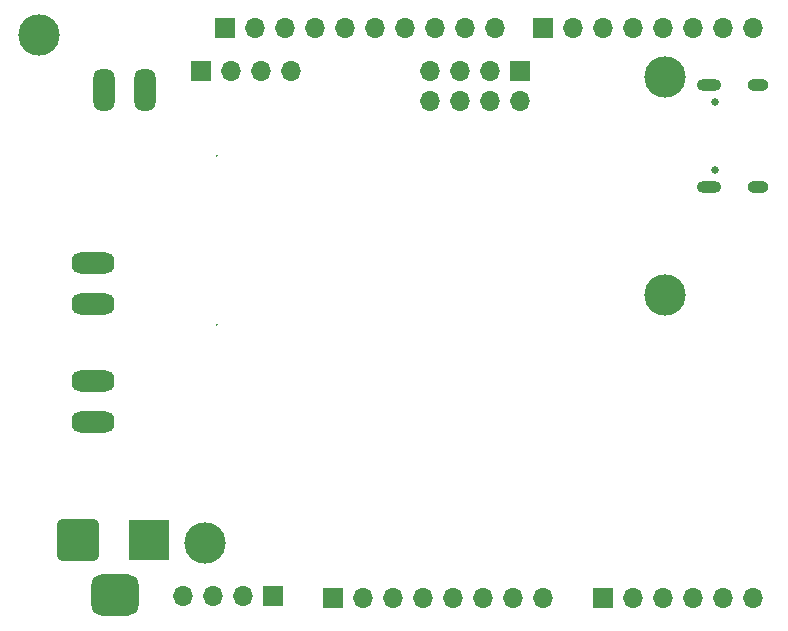
<source format=gbr>
%TF.GenerationSoftware,KiCad,Pcbnew,8.0.5*%
%TF.CreationDate,2024-10-03T19:58:32-04:00*%
%TF.ProjectId,EX-CSB1,45582d43-5342-4312-9e6b-696361645f70,rev?*%
%TF.SameCoordinates,Original*%
%TF.FileFunction,Soldermask,Bot*%
%TF.FilePolarity,Negative*%
%FSLAX46Y46*%
G04 Gerber Fmt 4.6, Leading zero omitted, Abs format (unit mm)*
G04 Created by KiCad (PCBNEW 8.0.5) date 2024-10-03 19:58:32*
%MOMM*%
%LPD*%
G01*
G04 APERTURE LIST*
G04 Aperture macros list*
%AMRoundRect*
0 Rectangle with rounded corners*
0 $1 Rounding radius*
0 $2 $3 $4 $5 $6 $7 $8 $9 X,Y pos of 4 corners*
0 Add a 4 corners polygon primitive as box body*
4,1,4,$2,$3,$4,$5,$6,$7,$8,$9,$2,$3,0*
0 Add four circle primitives for the rounded corners*
1,1,$1+$1,$2,$3*
1,1,$1+$1,$4,$5*
1,1,$1+$1,$6,$7*
1,1,$1+$1,$8,$9*
0 Add four rect primitives between the rounded corners*
20,1,$1+$1,$2,$3,$4,$5,0*
20,1,$1+$1,$4,$5,$6,$7,0*
20,1,$1+$1,$6,$7,$8,$9,0*
20,1,$1+$1,$8,$9,$2,$3,0*%
G04 Aperture macros list end*
%ADD10C,0.150000*%
%ADD11C,3.500000*%
%ADD12C,0.600000*%
%ADD13RoundRect,0.720000X-1.080000X0.180000X-1.080000X-0.180000X1.080000X-0.180000X1.080000X0.180000X0*%
%ADD14R,1.700000X1.700000*%
%ADD15O,1.700000X1.700000*%
%ADD16C,0.650000*%
%ADD17O,2.100000X1.000000*%
%ADD18O,1.800000X1.000000*%
%ADD19RoundRect,0.720000X0.180000X1.080000X-0.180000X1.080000X-0.180000X-1.080000X0.180000X-1.080000X0*%
%ADD20R,3.500000X3.500000*%
%ADD21RoundRect,0.350000X-1.400000X-1.400000X1.400000X-1.400000X1.400000X1.400000X-1.400000X1.400000X0*%
%ADD22RoundRect,0.875000X-1.125000X-0.875000X1.125000X-0.875000X1.125000X0.875000X-1.125000X0.875000X0*%
G04 APERTURE END LIST*
D10*
%TO.C,U101*%
X18030000Y25500000D02*
G75*
G02*
X17970000Y25500000I-30000J0D01*
G01*
X17970000Y25500000D02*
G75*
G02*
X18030000Y25500000I30000J0D01*
G01*
%TO.C,U102*%
X18030000Y39800000D02*
G75*
G02*
X17970000Y39800000I-30000J0D01*
G01*
X17970000Y39800000D02*
G75*
G02*
X18030000Y39800000I30000J0D01*
G01*
%TD*%
D11*
%TO.C,H103*%
X56000000Y46500000D03*
%TD*%
D12*
%TO.C,J103*%
X8800000Y21250000D03*
X6200000Y21250000D03*
D13*
X7500000Y20750000D03*
D12*
X8800000Y20250000D03*
X6200000Y20250000D03*
X8800000Y17750000D03*
X6200000Y17750000D03*
D13*
X7500000Y17250000D03*
D12*
X8800000Y16750000D03*
X6200000Y16750000D03*
%TD*%
D14*
%TO.C,J108*%
X27825000Y2370000D03*
D15*
X30365000Y2370000D03*
X32905000Y2370000D03*
X35445000Y2370000D03*
X37985000Y2370000D03*
X40525000Y2370000D03*
X43065000Y2370000D03*
X45605000Y2370000D03*
%TD*%
D11*
%TO.C,H104*%
X56000000Y28000000D03*
%TD*%
D16*
%TO.C,J114*%
X60185000Y38610000D03*
X60185000Y44390000D03*
D17*
X59685000Y37180000D03*
D18*
X63865000Y37180000D03*
D17*
X59685000Y45820000D03*
D18*
X63865000Y45820000D03*
%TD*%
D14*
%TO.C,J107*%
X18685000Y50630000D03*
D15*
X21225000Y50630000D03*
X23765000Y50630000D03*
X26305000Y50630000D03*
X28845000Y50630000D03*
X31385000Y50630000D03*
X33925000Y50630000D03*
X36465000Y50630000D03*
X39005000Y50630000D03*
X41545000Y50630000D03*
%TD*%
D12*
%TO.C,J110*%
X12450000Y44100000D03*
X12450000Y46700000D03*
D19*
X11950000Y45400000D03*
D12*
X11450000Y44100000D03*
X11450000Y46700000D03*
X8950000Y44100000D03*
X8950000Y46700000D03*
D19*
X8450000Y45400000D03*
D12*
X7950000Y44100000D03*
X7950000Y46700000D03*
%TD*%
D14*
%TO.C,J106*%
X43700000Y47000000D03*
D15*
X43700000Y44460000D03*
X41160000Y47000000D03*
X41160000Y44460000D03*
X38620000Y47000000D03*
X38620000Y44460000D03*
X36080000Y47000000D03*
X36080000Y44460000D03*
%TD*%
D12*
%TO.C,J101*%
X8800000Y31250000D03*
X6200000Y31250000D03*
D13*
X7500000Y30750000D03*
D12*
X8800000Y30250000D03*
X6200000Y30250000D03*
X8800000Y27750000D03*
X6200000Y27750000D03*
D13*
X7500000Y27250000D03*
D12*
X8800000Y26750000D03*
X6200000Y26750000D03*
%TD*%
D11*
%TO.C,H101*%
X3000000Y50000000D03*
%TD*%
%TO.C,H102*%
X17000000Y7000000D03*
%TD*%
D14*
%TO.C,J113*%
X45605000Y50630000D03*
D15*
X48145000Y50630000D03*
X50685000Y50630000D03*
X53225000Y50630000D03*
X55765000Y50630000D03*
X58305000Y50630000D03*
X60845000Y50630000D03*
X63385000Y50630000D03*
%TD*%
D14*
%TO.C,J204*%
X22765000Y2500000D03*
D15*
X20225000Y2500000D03*
X17685000Y2500000D03*
X15145000Y2500000D03*
%TD*%
D14*
%TO.C,J112*%
X50685000Y2370000D03*
D15*
X53225000Y2370000D03*
X55765000Y2370000D03*
X58305000Y2370000D03*
X60845000Y2370000D03*
X63385000Y2370000D03*
%TD*%
D12*
%TO.C,J201*%
X10900000Y8700000D03*
X10900000Y7300000D03*
X10900000Y5900000D03*
D20*
X12300000Y7300000D03*
D12*
X13700000Y8700000D03*
X13700000Y7300000D03*
X13700000Y5900000D03*
X4900000Y8700000D03*
X4900000Y7300000D03*
X4900000Y5900000D03*
D21*
X6300000Y7300000D03*
D12*
X7700000Y8700000D03*
X7700000Y7300000D03*
X7700000Y5900000D03*
D22*
X9400000Y2600000D03*
%TD*%
D14*
%TO.C,J111*%
X16700000Y47025000D03*
D15*
X19240000Y47025000D03*
X21780000Y47025000D03*
X24320000Y47025000D03*
%TD*%
M02*

</source>
